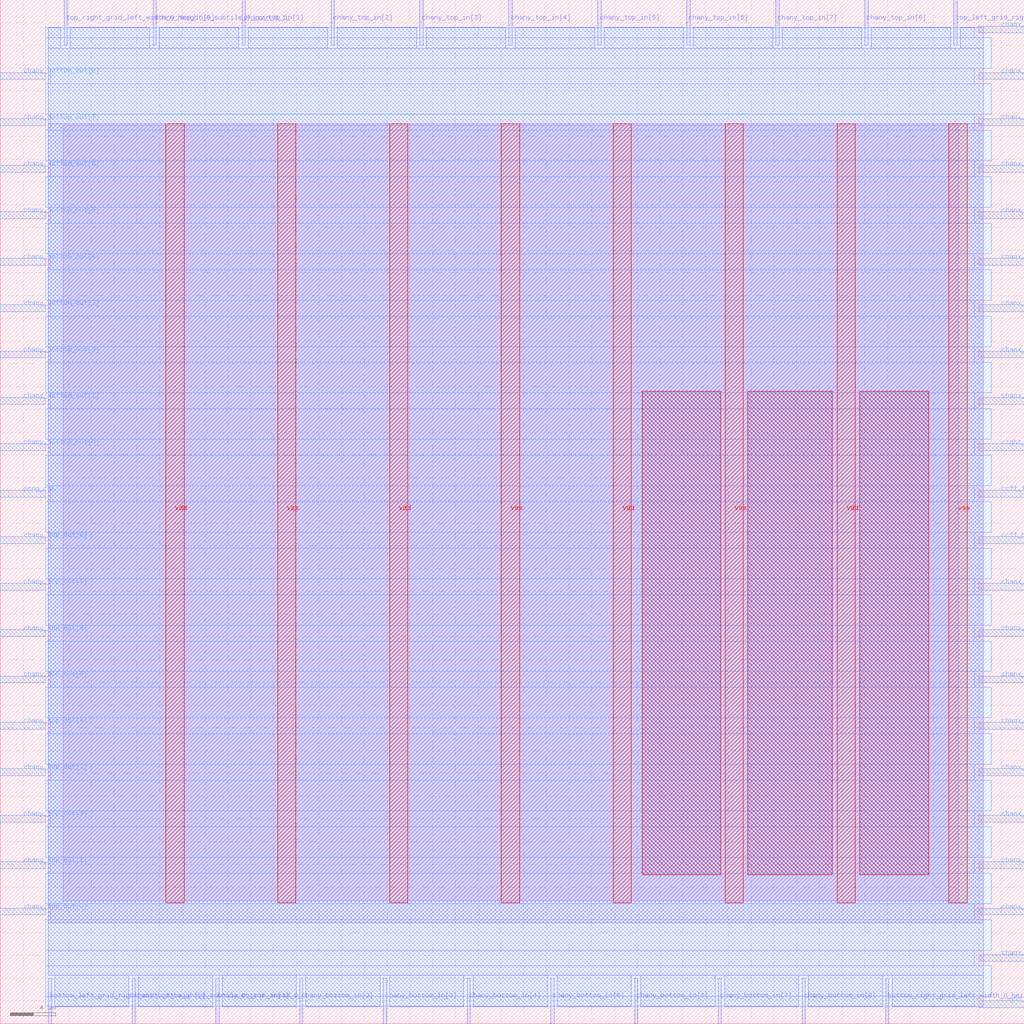
<source format=lef>
VERSION 5.7 ;
  NOWIREEXTENSIONATPIN ON ;
  DIVIDERCHAR "/" ;
  BUSBITCHARS "[]" ;
MACRO sb_0__1_
  CLASS BLOCK ;
  FOREIGN sb_0__1_ ;
  ORIGIN 0.000 0.000 ;
  SIZE 90.000 BY 90.000 ;
  PIN bottom_left_grid_right_width_0_height_0_subtile_0__pin_inpad_0_
    DIRECTION INPUT ;
    USE SIGNAL ;
    ANTENNAGATEAREA 0.196500 ;
    PORT
      LAYER met2 ;
        RECT 4.230 0.000 4.510 4.000 ;
    END
  END bottom_left_grid_right_width_0_height_0_subtile_0__pin_inpad_0_
  PIN bottom_right_grid_left_width_0_height_0_subtile_0__pin_O_1_
    DIRECTION INPUT ;
    USE SIGNAL ;
    ANTENNAGATEAREA 0.196500 ;
    PORT
      LAYER met2 ;
        RECT 77.830 0.000 78.110 4.000 ;
    END
  END bottom_right_grid_left_width_0_height_0_subtile_0__pin_O_1_
  PIN ccff_head
    DIRECTION INPUT ;
    USE SIGNAL ;
    ANTENNAGATEAREA 0.196500 ;
    PORT
      LAYER met3 ;
        RECT 86.000 42.200 90.000 42.800 ;
    END
  END ccff_head
  PIN ccff_tail
    DIRECTION OUTPUT TRISTATE ;
    USE SIGNAL ;
    ANTENNADIFFAREA 0.795200 ;
    PORT
      LAYER met3 ;
        RECT 86.000 46.280 90.000 46.880 ;
    END
  END ccff_tail
  PIN chanx_right_in[0]
    DIRECTION INPUT ;
    USE SIGNAL ;
    ANTENNAGATEAREA 0.196500 ;
    PORT
      LAYER met3 ;
        RECT 86.000 5.480 90.000 6.080 ;
    END
  END chanx_right_in[0]
  PIN chanx_right_in[1]
    DIRECTION INPUT ;
    USE SIGNAL ;
    ANTENNAGATEAREA 0.196500 ;
    PORT
      LAYER met3 ;
        RECT 86.000 9.560 90.000 10.160 ;
    END
  END chanx_right_in[1]
  PIN chanx_right_in[2]
    DIRECTION INPUT ;
    USE SIGNAL ;
    ANTENNAGATEAREA 0.196500 ;
    PORT
      LAYER met3 ;
        RECT 86.000 13.640 90.000 14.240 ;
    END
  END chanx_right_in[2]
  PIN chanx_right_in[3]
    DIRECTION INPUT ;
    USE SIGNAL ;
    ANTENNAGATEAREA 0.196500 ;
    PORT
      LAYER met3 ;
        RECT 86.000 17.720 90.000 18.320 ;
    END
  END chanx_right_in[3]
  PIN chanx_right_in[4]
    DIRECTION INPUT ;
    USE SIGNAL ;
    ANTENNAGATEAREA 0.196500 ;
    PORT
      LAYER met3 ;
        RECT 86.000 21.800 90.000 22.400 ;
    END
  END chanx_right_in[4]
  PIN chanx_right_in[5]
    DIRECTION INPUT ;
    USE SIGNAL ;
    ANTENNAGATEAREA 0.196500 ;
    PORT
      LAYER met3 ;
        RECT 86.000 25.880 90.000 26.480 ;
    END
  END chanx_right_in[5]
  PIN chanx_right_in[6]
    DIRECTION INPUT ;
    USE SIGNAL ;
    ANTENNAGATEAREA 0.196500 ;
    PORT
      LAYER met3 ;
        RECT 86.000 29.960 90.000 30.560 ;
    END
  END chanx_right_in[6]
  PIN chanx_right_in[7]
    DIRECTION INPUT ;
    USE SIGNAL ;
    ANTENNAGATEAREA 0.196500 ;
    PORT
      LAYER met3 ;
        RECT 86.000 34.040 90.000 34.640 ;
    END
  END chanx_right_in[7]
  PIN chanx_right_in[8]
    DIRECTION INPUT ;
    USE SIGNAL ;
    ANTENNAGATEAREA 0.196500 ;
    PORT
      LAYER met3 ;
        RECT 86.000 38.120 90.000 38.720 ;
    END
  END chanx_right_in[8]
  PIN chanx_right_out[0]
    DIRECTION OUTPUT TRISTATE ;
    USE SIGNAL ;
    ANTENNADIFFAREA 0.795200 ;
    PORT
      LAYER met3 ;
        RECT 86.000 54.440 90.000 55.040 ;
    END
  END chanx_right_out[0]
  PIN chanx_right_out[1]
    DIRECTION OUTPUT TRISTATE ;
    USE SIGNAL ;
    ANTENNADIFFAREA 0.795200 ;
    PORT
      LAYER met3 ;
        RECT 86.000 58.520 90.000 59.120 ;
    END
  END chanx_right_out[1]
  PIN chanx_right_out[2]
    DIRECTION OUTPUT TRISTATE ;
    USE SIGNAL ;
    ANTENNADIFFAREA 0.795200 ;
    PORT
      LAYER met3 ;
        RECT 86.000 62.600 90.000 63.200 ;
    END
  END chanx_right_out[2]
  PIN chanx_right_out[3]
    DIRECTION OUTPUT TRISTATE ;
    USE SIGNAL ;
    ANTENNADIFFAREA 0.795200 ;
    PORT
      LAYER met3 ;
        RECT 86.000 66.680 90.000 67.280 ;
    END
  END chanx_right_out[3]
  PIN chanx_right_out[4]
    DIRECTION OUTPUT TRISTATE ;
    USE SIGNAL ;
    ANTENNADIFFAREA 0.795200 ;
    PORT
      LAYER met3 ;
        RECT 86.000 70.760 90.000 71.360 ;
    END
  END chanx_right_out[4]
  PIN chanx_right_out[5]
    DIRECTION OUTPUT TRISTATE ;
    USE SIGNAL ;
    ANTENNADIFFAREA 0.795200 ;
    PORT
      LAYER met3 ;
        RECT 86.000 74.840 90.000 75.440 ;
    END
  END chanx_right_out[5]
  PIN chanx_right_out[6]
    DIRECTION OUTPUT TRISTATE ;
    USE SIGNAL ;
    ANTENNADIFFAREA 0.795200 ;
    PORT
      LAYER met3 ;
        RECT 86.000 78.920 90.000 79.520 ;
    END
  END chanx_right_out[6]
  PIN chanx_right_out[7]
    DIRECTION OUTPUT TRISTATE ;
    USE SIGNAL ;
    ANTENNADIFFAREA 0.795200 ;
    PORT
      LAYER met3 ;
        RECT 86.000 83.000 90.000 83.600 ;
    END
  END chanx_right_out[7]
  PIN chanx_right_out[8]
    DIRECTION OUTPUT TRISTATE ;
    USE SIGNAL ;
    PORT
      LAYER met3 ;
        RECT 86.000 87.080 90.000 87.680 ;
    END
  END chanx_right_out[8]
  PIN chany_bottom_in[0]
    DIRECTION INPUT ;
    USE SIGNAL ;
    ANTENNAGATEAREA 0.196500 ;
    PORT
      LAYER met2 ;
        RECT 11.590 0.000 11.870 4.000 ;
    END
  END chany_bottom_in[0]
  PIN chany_bottom_in[1]
    DIRECTION INPUT ;
    USE SIGNAL ;
    ANTENNAGATEAREA 0.196500 ;
    PORT
      LAYER met2 ;
        RECT 18.950 0.000 19.230 4.000 ;
    END
  END chany_bottom_in[1]
  PIN chany_bottom_in[2]
    DIRECTION INPUT ;
    USE SIGNAL ;
    ANTENNAGATEAREA 0.196500 ;
    PORT
      LAYER met2 ;
        RECT 26.310 0.000 26.590 4.000 ;
    END
  END chany_bottom_in[2]
  PIN chany_bottom_in[3]
    DIRECTION INPUT ;
    USE SIGNAL ;
    ANTENNAGATEAREA 0.196500 ;
    PORT
      LAYER met2 ;
        RECT 33.670 0.000 33.950 4.000 ;
    END
  END chany_bottom_in[3]
  PIN chany_bottom_in[4]
    DIRECTION INPUT ;
    USE SIGNAL ;
    ANTENNAGATEAREA 0.196500 ;
    PORT
      LAYER met2 ;
        RECT 41.030 0.000 41.310 4.000 ;
    END
  END chany_bottom_in[4]
  PIN chany_bottom_in[5]
    DIRECTION INPUT ;
    USE SIGNAL ;
    ANTENNAGATEAREA 0.196500 ;
    PORT
      LAYER met2 ;
        RECT 48.390 0.000 48.670 4.000 ;
    END
  END chany_bottom_in[5]
  PIN chany_bottom_in[6]
    DIRECTION INPUT ;
    USE SIGNAL ;
    ANTENNAGATEAREA 0.196500 ;
    PORT
      LAYER met2 ;
        RECT 55.750 0.000 56.030 4.000 ;
    END
  END chany_bottom_in[6]
  PIN chany_bottom_in[7]
    DIRECTION INPUT ;
    USE SIGNAL ;
    ANTENNAGATEAREA 0.196500 ;
    PORT
      LAYER met2 ;
        RECT 63.110 0.000 63.390 4.000 ;
    END
  END chany_bottom_in[7]
  PIN chany_bottom_in[8]
    DIRECTION INPUT ;
    USE SIGNAL ;
    ANTENNAGATEAREA 0.196500 ;
    PORT
      LAYER met2 ;
        RECT 70.470 0.000 70.750 4.000 ;
    END
  END chany_bottom_in[8]
  PIN chany_bottom_out[0]
    DIRECTION OUTPUT TRISTATE ;
    USE SIGNAL ;
    ANTENNADIFFAREA 0.795200 ;
    PORT
      LAYER met3 ;
        RECT 0.000 50.360 4.000 50.960 ;
    END
  END chany_bottom_out[0]
  PIN chany_bottom_out[1]
    DIRECTION OUTPUT TRISTATE ;
    USE SIGNAL ;
    ANTENNADIFFAREA 0.795200 ;
    PORT
      LAYER met3 ;
        RECT 0.000 54.440 4.000 55.040 ;
    END
  END chany_bottom_out[1]
  PIN chany_bottom_out[2]
    DIRECTION OUTPUT TRISTATE ;
    USE SIGNAL ;
    ANTENNADIFFAREA 0.795200 ;
    PORT
      LAYER met3 ;
        RECT 0.000 58.520 4.000 59.120 ;
    END
  END chany_bottom_out[2]
  PIN chany_bottom_out[3]
    DIRECTION OUTPUT TRISTATE ;
    USE SIGNAL ;
    ANTENNADIFFAREA 0.795200 ;
    PORT
      LAYER met3 ;
        RECT 0.000 62.600 4.000 63.200 ;
    END
  END chany_bottom_out[3]
  PIN chany_bottom_out[4]
    DIRECTION OUTPUT TRISTATE ;
    USE SIGNAL ;
    ANTENNADIFFAREA 0.795200 ;
    PORT
      LAYER met3 ;
        RECT 0.000 66.680 4.000 67.280 ;
    END
  END chany_bottom_out[4]
  PIN chany_bottom_out[5]
    DIRECTION OUTPUT TRISTATE ;
    USE SIGNAL ;
    ANTENNADIFFAREA 0.795200 ;
    PORT
      LAYER met3 ;
        RECT 0.000 70.760 4.000 71.360 ;
    END
  END chany_bottom_out[5]
  PIN chany_bottom_out[6]
    DIRECTION OUTPUT TRISTATE ;
    USE SIGNAL ;
    ANTENNADIFFAREA 0.795200 ;
    PORT
      LAYER met3 ;
        RECT 0.000 74.840 4.000 75.440 ;
    END
  END chany_bottom_out[6]
  PIN chany_bottom_out[7]
    DIRECTION OUTPUT TRISTATE ;
    USE SIGNAL ;
    ANTENNADIFFAREA 0.795200 ;
    PORT
      LAYER met3 ;
        RECT 0.000 78.920 4.000 79.520 ;
    END
  END chany_bottom_out[7]
  PIN chany_bottom_out[8]
    DIRECTION OUTPUT TRISTATE ;
    USE SIGNAL ;
    ANTENNADIFFAREA 0.795200 ;
    PORT
      LAYER met3 ;
        RECT 0.000 83.000 4.000 83.600 ;
    END
  END chany_bottom_out[8]
  PIN chany_top_in[0]
    DIRECTION INPUT ;
    USE SIGNAL ;
    ANTENNAGATEAREA 0.196500 ;
    PORT
      LAYER met2 ;
        RECT 13.430 86.000 13.710 90.000 ;
    END
  END chany_top_in[0]
  PIN chany_top_in[1]
    DIRECTION INPUT ;
    USE SIGNAL ;
    ANTENNAGATEAREA 0.196500 ;
    PORT
      LAYER met2 ;
        RECT 21.250 86.000 21.530 90.000 ;
    END
  END chany_top_in[1]
  PIN chany_top_in[2]
    DIRECTION INPUT ;
    USE SIGNAL ;
    ANTENNAGATEAREA 0.196500 ;
    PORT
      LAYER met2 ;
        RECT 29.070 86.000 29.350 90.000 ;
    END
  END chany_top_in[2]
  PIN chany_top_in[3]
    DIRECTION INPUT ;
    USE SIGNAL ;
    ANTENNAGATEAREA 0.196500 ;
    PORT
      LAYER met2 ;
        RECT 36.890 86.000 37.170 90.000 ;
    END
  END chany_top_in[3]
  PIN chany_top_in[4]
    DIRECTION INPUT ;
    USE SIGNAL ;
    ANTENNAGATEAREA 0.196500 ;
    PORT
      LAYER met2 ;
        RECT 44.710 86.000 44.990 90.000 ;
    END
  END chany_top_in[4]
  PIN chany_top_in[5]
    DIRECTION INPUT ;
    USE SIGNAL ;
    ANTENNAGATEAREA 0.196500 ;
    PORT
      LAYER met2 ;
        RECT 52.530 86.000 52.810 90.000 ;
    END
  END chany_top_in[5]
  PIN chany_top_in[6]
    DIRECTION INPUT ;
    USE SIGNAL ;
    ANTENNAGATEAREA 0.196500 ;
    PORT
      LAYER met2 ;
        RECT 60.350 86.000 60.630 90.000 ;
    END
  END chany_top_in[6]
  PIN chany_top_in[7]
    DIRECTION INPUT ;
    USE SIGNAL ;
    ANTENNAGATEAREA 0.196500 ;
    PORT
      LAYER met2 ;
        RECT 68.170 86.000 68.450 90.000 ;
    END
  END chany_top_in[7]
  PIN chany_top_in[8]
    DIRECTION INPUT ;
    USE SIGNAL ;
    ANTENNAGATEAREA 0.196500 ;
    PORT
      LAYER met2 ;
        RECT 75.990 86.000 76.270 90.000 ;
    END
  END chany_top_in[8]
  PIN chany_top_out[0]
    DIRECTION OUTPUT TRISTATE ;
    USE SIGNAL ;
    ANTENNADIFFAREA 0.795200 ;
    PORT
      LAYER met3 ;
        RECT 0.000 9.560 4.000 10.160 ;
    END
  END chany_top_out[0]
  PIN chany_top_out[1]
    DIRECTION OUTPUT TRISTATE ;
    USE SIGNAL ;
    ANTENNADIFFAREA 0.795200 ;
    PORT
      LAYER met3 ;
        RECT 0.000 13.640 4.000 14.240 ;
    END
  END chany_top_out[1]
  PIN chany_top_out[2]
    DIRECTION OUTPUT TRISTATE ;
    USE SIGNAL ;
    ANTENNADIFFAREA 0.795200 ;
    PORT
      LAYER met3 ;
        RECT 0.000 17.720 4.000 18.320 ;
    END
  END chany_top_out[2]
  PIN chany_top_out[3]
    DIRECTION OUTPUT TRISTATE ;
    USE SIGNAL ;
    ANTENNADIFFAREA 0.795200 ;
    PORT
      LAYER met3 ;
        RECT 0.000 21.800 4.000 22.400 ;
    END
  END chany_top_out[3]
  PIN chany_top_out[4]
    DIRECTION OUTPUT TRISTATE ;
    USE SIGNAL ;
    ANTENNADIFFAREA 0.795200 ;
    PORT
      LAYER met3 ;
        RECT 0.000 25.880 4.000 26.480 ;
    END
  END chany_top_out[4]
  PIN chany_top_out[5]
    DIRECTION OUTPUT TRISTATE ;
    USE SIGNAL ;
    ANTENNADIFFAREA 0.795200 ;
    PORT
      LAYER met3 ;
        RECT 0.000 29.960 4.000 30.560 ;
    END
  END chany_top_out[5]
  PIN chany_top_out[6]
    DIRECTION OUTPUT TRISTATE ;
    USE SIGNAL ;
    ANTENNADIFFAREA 0.795200 ;
    PORT
      LAYER met3 ;
        RECT 0.000 34.040 4.000 34.640 ;
    END
  END chany_top_out[6]
  PIN chany_top_out[7]
    DIRECTION OUTPUT TRISTATE ;
    USE SIGNAL ;
    ANTENNADIFFAREA 0.795200 ;
    PORT
      LAYER met3 ;
        RECT 0.000 38.120 4.000 38.720 ;
    END
  END chany_top_out[7]
  PIN chany_top_out[8]
    DIRECTION OUTPUT TRISTATE ;
    USE SIGNAL ;
    ANTENNADIFFAREA 0.795200 ;
    PORT
      LAYER met3 ;
        RECT 0.000 42.200 4.000 42.800 ;
    END
  END chany_top_out[8]
  PIN prog_clk
    DIRECTION INPUT ;
    USE SIGNAL ;
    ANTENNAGATEAREA 0.852000 ;
    PORT
      LAYER met3 ;
        RECT 0.000 46.280 4.000 46.880 ;
    END
  END prog_clk
  PIN right_bottom_grid_top_width_0_height_0_subtile_0__pin_O_2_
    DIRECTION INPUT ;
    USE SIGNAL ;
    ANTENNAGATEAREA 0.196500 ;
    PORT
      LAYER met3 ;
        RECT 86.000 50.360 90.000 50.960 ;
    END
  END right_bottom_grid_top_width_0_height_0_subtile_0__pin_O_2_
  PIN right_top_grid_bottom_width_0_height_0_subtile_0__pin_O_0_
    DIRECTION INPUT ;
    USE SIGNAL ;
    ANTENNAGATEAREA 0.196500 ;
    PORT
      LAYER met3 ;
        RECT 86.000 1.400 90.000 2.000 ;
    END
  END right_top_grid_bottom_width_0_height_0_subtile_0__pin_O_0_
  PIN top_left_grid_right_width_0_height_0_subtile_0__pin_inpad_0_
    DIRECTION INPUT ;
    USE SIGNAL ;
    ANTENNAGATEAREA 0.196500 ;
    PORT
      LAYER met2 ;
        RECT 83.810 86.000 84.090 90.000 ;
    END
  END top_left_grid_right_width_0_height_0_subtile_0__pin_inpad_0_
  PIN top_right_grid_left_width_0_height_0_subtile_0__pin_O_1_
    DIRECTION INPUT ;
    USE SIGNAL ;
    ANTENNAGATEAREA 0.196500 ;
    PORT
      LAYER met2 ;
        RECT 5.610 86.000 5.890 90.000 ;
    END
  END top_right_grid_left_width_0_height_0_subtile_0__pin_O_1_
  PIN vdd
    DIRECTION INOUT ;
    USE POWER ;
    PORT
      LAYER met4 ;
        RECT 14.550 10.640 16.150 79.120 ;
    END
    PORT
      LAYER met4 ;
        RECT 34.215 10.640 35.815 79.120 ;
    END
    PORT
      LAYER met4 ;
        RECT 53.880 10.640 55.480 79.120 ;
    END
    PORT
      LAYER met4 ;
        RECT 73.545 10.640 75.145 79.120 ;
    END
  END vdd
  PIN vss
    DIRECTION INOUT ;
    USE GROUND ;
    PORT
      LAYER met4 ;
        RECT 24.380 10.640 25.980 79.120 ;
    END
    PORT
      LAYER met4 ;
        RECT 44.045 10.640 45.645 79.120 ;
    END
    PORT
      LAYER met4 ;
        RECT 63.710 10.640 65.310 79.120 ;
    END
    PORT
      LAYER met4 ;
        RECT 83.375 10.640 84.975 79.120 ;
    END
  END vss
  OBS
      LAYER li1 ;
        RECT 5.520 10.795 84.180 78.965 ;
      LAYER met1 ;
        RECT 4.210 8.880 86.410 79.120 ;
      LAYER met2 ;
        RECT 4.240 85.720 5.330 87.565 ;
        RECT 6.170 85.720 13.150 87.565 ;
        RECT 13.990 85.720 20.970 87.565 ;
        RECT 21.810 85.720 28.790 87.565 ;
        RECT 29.630 85.720 36.610 87.565 ;
        RECT 37.450 85.720 44.430 87.565 ;
        RECT 45.270 85.720 52.250 87.565 ;
        RECT 53.090 85.720 60.070 87.565 ;
        RECT 60.910 85.720 67.890 87.565 ;
        RECT 68.730 85.720 75.710 87.565 ;
        RECT 76.550 85.720 83.530 87.565 ;
        RECT 84.370 85.720 86.380 87.565 ;
        RECT 4.240 4.280 86.380 85.720 ;
        RECT 4.790 1.515 11.310 4.280 ;
        RECT 12.150 1.515 18.670 4.280 ;
        RECT 19.510 1.515 26.030 4.280 ;
        RECT 26.870 1.515 33.390 4.280 ;
        RECT 34.230 1.515 40.750 4.280 ;
        RECT 41.590 1.515 48.110 4.280 ;
        RECT 48.950 1.515 55.470 4.280 ;
        RECT 56.310 1.515 62.830 4.280 ;
        RECT 63.670 1.515 70.190 4.280 ;
        RECT 71.030 1.515 77.550 4.280 ;
        RECT 78.390 1.515 86.380 4.280 ;
      LAYER met3 ;
        RECT 3.990 86.680 85.600 87.545 ;
        RECT 3.990 84.000 87.090 86.680 ;
        RECT 4.400 82.600 85.600 84.000 ;
        RECT 3.990 79.920 87.090 82.600 ;
        RECT 4.400 78.520 85.600 79.920 ;
        RECT 3.990 75.840 87.090 78.520 ;
        RECT 4.400 74.440 85.600 75.840 ;
        RECT 3.990 71.760 87.090 74.440 ;
        RECT 4.400 70.360 85.600 71.760 ;
        RECT 3.990 67.680 87.090 70.360 ;
        RECT 4.400 66.280 85.600 67.680 ;
        RECT 3.990 63.600 87.090 66.280 ;
        RECT 4.400 62.200 85.600 63.600 ;
        RECT 3.990 59.520 87.090 62.200 ;
        RECT 4.400 58.120 85.600 59.520 ;
        RECT 3.990 55.440 87.090 58.120 ;
        RECT 4.400 54.040 85.600 55.440 ;
        RECT 3.990 51.360 87.090 54.040 ;
        RECT 4.400 49.960 85.600 51.360 ;
        RECT 3.990 47.280 87.090 49.960 ;
        RECT 4.400 45.880 85.600 47.280 ;
        RECT 3.990 43.200 87.090 45.880 ;
        RECT 4.400 41.800 85.600 43.200 ;
        RECT 3.990 39.120 87.090 41.800 ;
        RECT 4.400 37.720 85.600 39.120 ;
        RECT 3.990 35.040 87.090 37.720 ;
        RECT 4.400 33.640 85.600 35.040 ;
        RECT 3.990 30.960 87.090 33.640 ;
        RECT 4.400 29.560 85.600 30.960 ;
        RECT 3.990 26.880 87.090 29.560 ;
        RECT 4.400 25.480 85.600 26.880 ;
        RECT 3.990 22.800 87.090 25.480 ;
        RECT 4.400 21.400 85.600 22.800 ;
        RECT 3.990 18.720 87.090 21.400 ;
        RECT 4.400 17.320 85.600 18.720 ;
        RECT 3.990 14.640 87.090 17.320 ;
        RECT 4.400 13.240 85.600 14.640 ;
        RECT 3.990 10.560 87.090 13.240 ;
        RECT 4.400 9.160 85.600 10.560 ;
        RECT 3.990 6.480 87.090 9.160 ;
        RECT 3.990 5.080 85.600 6.480 ;
        RECT 3.990 2.400 87.090 5.080 ;
        RECT 3.990 1.535 85.600 2.400 ;
      LAYER met4 ;
        RECT 56.415 13.095 63.310 55.585 ;
        RECT 65.710 13.095 73.145 55.585 ;
        RECT 75.545 13.095 81.585 55.585 ;
  END
END sb_0__1_
END LIBRARY


</source>
